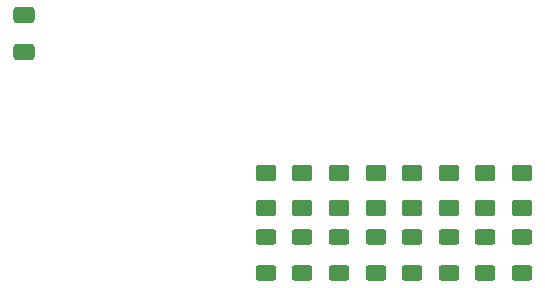
<source format=gbr>
%TF.GenerationSoftware,KiCad,Pcbnew,8.0.3*%
%TF.CreationDate,2024-07-20T16:39:50-07:00*%
%TF.ProjectId,General Register V1,47656e65-7261-46c2-9052-656769737465,rev?*%
%TF.SameCoordinates,Original*%
%TF.FileFunction,Paste,Top*%
%TF.FilePolarity,Positive*%
%FSLAX46Y46*%
G04 Gerber Fmt 4.6, Leading zero omitted, Abs format (unit mm)*
G04 Created by KiCad (PCBNEW 8.0.3) date 2024-07-20 16:39:50*
%MOMM*%
%LPD*%
G01*
G04 APERTURE LIST*
G04 Aperture macros list*
%AMRoundRect*
0 Rectangle with rounded corners*
0 $1 Rounding radius*
0 $2 $3 $4 $5 $6 $7 $8 $9 X,Y pos of 4 corners*
0 Add a 4 corners polygon primitive as box body*
4,1,4,$2,$3,$4,$5,$6,$7,$8,$9,$2,$3,0*
0 Add four circle primitives for the rounded corners*
1,1,$1+$1,$2,$3*
1,1,$1+$1,$4,$5*
1,1,$1+$1,$6,$7*
1,1,$1+$1,$8,$9*
0 Add four rect primitives between the rounded corners*
20,1,$1+$1,$2,$3,$4,$5,0*
20,1,$1+$1,$4,$5,$6,$7,0*
20,1,$1+$1,$6,$7,$8,$9,0*
20,1,$1+$1,$8,$9,$2,$3,0*%
G04 Aperture macros list end*
%ADD10RoundRect,0.250000X-0.650000X0.412500X-0.650000X-0.412500X0.650000X-0.412500X0.650000X0.412500X0*%
%ADD11RoundRect,0.250001X0.624999X-0.462499X0.624999X0.462499X-0.624999X0.462499X-0.624999X-0.462499X0*%
%ADD12RoundRect,0.250000X-0.625000X0.400000X-0.625000X-0.400000X0.625000X-0.400000X0.625000X0.400000X0*%
G04 APERTURE END LIST*
D10*
%TO.C,C3*%
X99800000Y-62200000D03*
X99800000Y-65325000D03*
%TD*%
D11*
%TO.C,D2*%
X123400000Y-78575000D03*
X123400000Y-75600000D03*
%TD*%
%TO.C,D3*%
X126500000Y-78575000D03*
X126500000Y-75600000D03*
%TD*%
D12*
%TO.C,R6*%
X135800000Y-81000000D03*
X135800000Y-84100000D03*
%TD*%
%TO.C,R1*%
X120300000Y-81000000D03*
X120300000Y-84100000D03*
%TD*%
D11*
%TO.C,D7*%
X138900000Y-78575000D03*
X138900000Y-75600000D03*
%TD*%
D12*
%TO.C,R8*%
X142000000Y-81000000D03*
X142000000Y-84100000D03*
%TD*%
D11*
%TO.C,D4*%
X129600000Y-78575000D03*
X129600000Y-75600000D03*
%TD*%
%TO.C,D1*%
X120300000Y-78575000D03*
X120300000Y-75600000D03*
%TD*%
D12*
%TO.C,R2*%
X123400000Y-81000000D03*
X123400000Y-84100000D03*
%TD*%
%TO.C,R7*%
X138900000Y-81000000D03*
X138900000Y-84100000D03*
%TD*%
%TO.C,R4*%
X129600000Y-81000000D03*
X129600000Y-84100000D03*
%TD*%
%TO.C,R5*%
X132700000Y-81000000D03*
X132700000Y-84100000D03*
%TD*%
D11*
%TO.C,D6*%
X135800000Y-78575000D03*
X135800000Y-75600000D03*
%TD*%
%TO.C,D8*%
X142000000Y-78575000D03*
X142000000Y-75600000D03*
%TD*%
D12*
%TO.C,R3*%
X126500000Y-81000000D03*
X126500000Y-84100000D03*
%TD*%
D11*
%TO.C,D5*%
X132700000Y-78575000D03*
X132700000Y-75600000D03*
%TD*%
M02*

</source>
